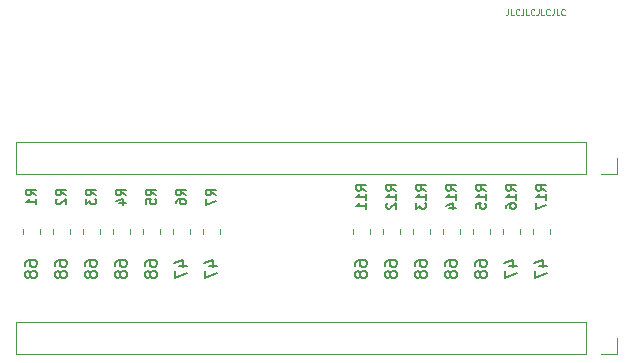
<source format=gbr>
G04 #@! TF.GenerationSoftware,KiCad,Pcbnew,(5.1.12)-1*
G04 #@! TF.CreationDate,2022-03-08T21:56:06+00:00*
G04 #@! TF.ProjectId,RGBtoHDMI CDTV v2 - Mouse and Joystick Adapter,52474274-6f48-4444-9d49-204344545620,v2*
G04 #@! TF.SameCoordinates,Original*
G04 #@! TF.FileFunction,Legend,Bot*
G04 #@! TF.FilePolarity,Positive*
%FSLAX46Y46*%
G04 Gerber Fmt 4.6, Leading zero omitted, Abs format (unit mm)*
G04 Created by KiCad (PCBNEW (5.1.12)-1) date 2022-03-08 21:56:06*
%MOMM*%
%LPD*%
G01*
G04 APERTURE LIST*
%ADD10C,0.100000*%
%ADD11C,0.120000*%
%ADD12C,0.150000*%
G04 APERTURE END LIST*
D10*
X136247476Y-114407190D02*
X136247476Y-114764333D01*
X136223666Y-114835761D01*
X136176047Y-114883380D01*
X136104619Y-114907190D01*
X136057000Y-114907190D01*
X136723666Y-114907190D02*
X136485571Y-114907190D01*
X136485571Y-114407190D01*
X137176047Y-114859571D02*
X137152238Y-114883380D01*
X137080809Y-114907190D01*
X137033190Y-114907190D01*
X136961761Y-114883380D01*
X136914142Y-114835761D01*
X136890333Y-114788142D01*
X136866523Y-114692904D01*
X136866523Y-114621476D01*
X136890333Y-114526238D01*
X136914142Y-114478619D01*
X136961761Y-114431000D01*
X137033190Y-114407190D01*
X137080809Y-114407190D01*
X137152238Y-114431000D01*
X137176047Y-114454809D01*
X137533190Y-114407190D02*
X137533190Y-114764333D01*
X137509380Y-114835761D01*
X137461761Y-114883380D01*
X137390333Y-114907190D01*
X137342714Y-114907190D01*
X138009380Y-114907190D02*
X137771285Y-114907190D01*
X137771285Y-114407190D01*
X138461761Y-114859571D02*
X138437952Y-114883380D01*
X138366523Y-114907190D01*
X138318904Y-114907190D01*
X138247476Y-114883380D01*
X138199857Y-114835761D01*
X138176047Y-114788142D01*
X138152238Y-114692904D01*
X138152238Y-114621476D01*
X138176047Y-114526238D01*
X138199857Y-114478619D01*
X138247476Y-114431000D01*
X138318904Y-114407190D01*
X138366523Y-114407190D01*
X138437952Y-114431000D01*
X138461761Y-114454809D01*
X138818904Y-114407190D02*
X138818904Y-114764333D01*
X138795095Y-114835761D01*
X138747476Y-114883380D01*
X138676047Y-114907190D01*
X138628428Y-114907190D01*
X139295095Y-114907190D02*
X139057000Y-114907190D01*
X139057000Y-114407190D01*
X139747476Y-114859571D02*
X139723666Y-114883380D01*
X139652238Y-114907190D01*
X139604619Y-114907190D01*
X139533190Y-114883380D01*
X139485571Y-114835761D01*
X139461761Y-114788142D01*
X139437952Y-114692904D01*
X139437952Y-114621476D01*
X139461761Y-114526238D01*
X139485571Y-114478619D01*
X139533190Y-114431000D01*
X139604619Y-114407190D01*
X139652238Y-114407190D01*
X139723666Y-114431000D01*
X139747476Y-114454809D01*
X140104619Y-114407190D02*
X140104619Y-114764333D01*
X140080809Y-114835761D01*
X140033190Y-114883380D01*
X139961761Y-114907190D01*
X139914142Y-114907190D01*
X140580809Y-114907190D02*
X140342714Y-114907190D01*
X140342714Y-114407190D01*
X141033190Y-114859571D02*
X141009380Y-114883380D01*
X140937952Y-114907190D01*
X140890333Y-114907190D01*
X140818904Y-114883380D01*
X140771285Y-114835761D01*
X140747476Y-114788142D01*
X140723666Y-114692904D01*
X140723666Y-114621476D01*
X140747476Y-114526238D01*
X140771285Y-114478619D01*
X140818904Y-114431000D01*
X140890333Y-114407190D01*
X140937952Y-114407190D01*
X141009380Y-114431000D01*
X141033190Y-114454809D01*
D11*
X145475000Y-143570000D02*
X145475000Y-142240000D01*
X144145000Y-143570000D02*
X145475000Y-143570000D01*
X142875000Y-143570000D02*
X142875000Y-140910000D01*
X142875000Y-140910000D02*
X94555000Y-140910000D01*
X142875000Y-143570000D02*
X94555000Y-143570000D01*
X94555000Y-143570000D02*
X94555000Y-140910000D01*
X145475000Y-128330000D02*
X145475000Y-127000000D01*
X144145000Y-128330000D02*
X145475000Y-128330000D01*
X142875000Y-128330000D02*
X142875000Y-125670000D01*
X142875000Y-125670000D02*
X94555000Y-125670000D01*
X142875000Y-128330000D02*
X94555000Y-128330000D01*
X94555000Y-128330000D02*
X94555000Y-125670000D01*
X137260000Y-133450064D02*
X137260000Y-132995936D01*
X135790000Y-133450064D02*
X135790000Y-132995936D01*
X132180000Y-133450064D02*
X132180000Y-132995936D01*
X130710000Y-133450064D02*
X130710000Y-132995936D01*
X127100000Y-133450064D02*
X127100000Y-132995936D01*
X125630000Y-133450064D02*
X125630000Y-132995936D01*
X109320000Y-133450064D02*
X109320000Y-132995936D01*
X107850000Y-133450064D02*
X107850000Y-132995936D01*
X104240000Y-133450064D02*
X104240000Y-132995936D01*
X102770000Y-133450064D02*
X102770000Y-132995936D01*
X99160000Y-133450064D02*
X99160000Y-132995936D01*
X97690000Y-133450064D02*
X97690000Y-132995936D01*
X139800000Y-133450064D02*
X139800000Y-132995936D01*
X138330000Y-133450064D02*
X138330000Y-132995936D01*
X134720000Y-133450064D02*
X134720000Y-132995936D01*
X133250000Y-133450064D02*
X133250000Y-132995936D01*
X129640000Y-133450064D02*
X129640000Y-132995936D01*
X128170000Y-133450064D02*
X128170000Y-132995936D01*
X124560000Y-133450064D02*
X124560000Y-132995936D01*
X123090000Y-133450064D02*
X123090000Y-132995936D01*
X111860000Y-133450064D02*
X111860000Y-132995936D01*
X110390000Y-133450064D02*
X110390000Y-132995936D01*
X106780000Y-133450064D02*
X106780000Y-132995936D01*
X105310000Y-133450064D02*
X105310000Y-132995936D01*
X101700000Y-133450064D02*
X101700000Y-132995936D01*
X100230000Y-133450064D02*
X100230000Y-132995936D01*
X96620000Y-133450064D02*
X96620000Y-132995936D01*
X95150000Y-133450064D02*
X95150000Y-132995936D01*
D12*
X136886904Y-129787714D02*
X136505952Y-129521047D01*
X136886904Y-129330571D02*
X136086904Y-129330571D01*
X136086904Y-129635333D01*
X136125000Y-129711523D01*
X136163095Y-129749619D01*
X136239285Y-129787714D01*
X136353571Y-129787714D01*
X136429761Y-129749619D01*
X136467857Y-129711523D01*
X136505952Y-129635333D01*
X136505952Y-129330571D01*
X136886904Y-130549619D02*
X136886904Y-130092476D01*
X136886904Y-130321047D02*
X136086904Y-130321047D01*
X136201190Y-130244857D01*
X136277380Y-130168666D01*
X136315476Y-130092476D01*
X136086904Y-131235333D02*
X136086904Y-131082952D01*
X136125000Y-131006761D01*
X136163095Y-130968666D01*
X136277380Y-130892476D01*
X136429761Y-130854380D01*
X136734523Y-130854380D01*
X136810714Y-130892476D01*
X136848809Y-130930571D01*
X136886904Y-131006761D01*
X136886904Y-131159142D01*
X136848809Y-131235333D01*
X136810714Y-131273428D01*
X136734523Y-131311523D01*
X136544047Y-131311523D01*
X136467857Y-131273428D01*
X136429761Y-131235333D01*
X136391666Y-131159142D01*
X136391666Y-131006761D01*
X136429761Y-130930571D01*
X136467857Y-130892476D01*
X136544047Y-130854380D01*
X136310714Y-136112285D02*
X136977380Y-136112285D01*
X135929761Y-135874190D02*
X136644047Y-135636095D01*
X136644047Y-136255142D01*
X135977380Y-136540857D02*
X135977380Y-137207523D01*
X136977380Y-136778952D01*
X131806904Y-129787714D02*
X131425952Y-129521047D01*
X131806904Y-129330571D02*
X131006904Y-129330571D01*
X131006904Y-129635333D01*
X131045000Y-129711523D01*
X131083095Y-129749619D01*
X131159285Y-129787714D01*
X131273571Y-129787714D01*
X131349761Y-129749619D01*
X131387857Y-129711523D01*
X131425952Y-129635333D01*
X131425952Y-129330571D01*
X131806904Y-130549619D02*
X131806904Y-130092476D01*
X131806904Y-130321047D02*
X131006904Y-130321047D01*
X131121190Y-130244857D01*
X131197380Y-130168666D01*
X131235476Y-130092476D01*
X131273571Y-131235333D02*
X131806904Y-131235333D01*
X130968809Y-131044857D02*
X131540238Y-130854380D01*
X131540238Y-131349619D01*
X130897380Y-136112285D02*
X130897380Y-135921809D01*
X130945000Y-135826571D01*
X130992619Y-135778952D01*
X131135476Y-135683714D01*
X131325952Y-135636095D01*
X131706904Y-135636095D01*
X131802142Y-135683714D01*
X131849761Y-135731333D01*
X131897380Y-135826571D01*
X131897380Y-136017047D01*
X131849761Y-136112285D01*
X131802142Y-136159904D01*
X131706904Y-136207523D01*
X131468809Y-136207523D01*
X131373571Y-136159904D01*
X131325952Y-136112285D01*
X131278333Y-136017047D01*
X131278333Y-135826571D01*
X131325952Y-135731333D01*
X131373571Y-135683714D01*
X131468809Y-135636095D01*
X131325952Y-136778952D02*
X131278333Y-136683714D01*
X131230714Y-136636095D01*
X131135476Y-136588476D01*
X131087857Y-136588476D01*
X130992619Y-136636095D01*
X130945000Y-136683714D01*
X130897380Y-136778952D01*
X130897380Y-136969428D01*
X130945000Y-137064666D01*
X130992619Y-137112285D01*
X131087857Y-137159904D01*
X131135476Y-137159904D01*
X131230714Y-137112285D01*
X131278333Y-137064666D01*
X131325952Y-136969428D01*
X131325952Y-136778952D01*
X131373571Y-136683714D01*
X131421190Y-136636095D01*
X131516428Y-136588476D01*
X131706904Y-136588476D01*
X131802142Y-136636095D01*
X131849761Y-136683714D01*
X131897380Y-136778952D01*
X131897380Y-136969428D01*
X131849761Y-137064666D01*
X131802142Y-137112285D01*
X131706904Y-137159904D01*
X131516428Y-137159904D01*
X131421190Y-137112285D01*
X131373571Y-137064666D01*
X131325952Y-136969428D01*
X126726904Y-129787714D02*
X126345952Y-129521047D01*
X126726904Y-129330571D02*
X125926904Y-129330571D01*
X125926904Y-129635333D01*
X125965000Y-129711523D01*
X126003095Y-129749619D01*
X126079285Y-129787714D01*
X126193571Y-129787714D01*
X126269761Y-129749619D01*
X126307857Y-129711523D01*
X126345952Y-129635333D01*
X126345952Y-129330571D01*
X126726904Y-130549619D02*
X126726904Y-130092476D01*
X126726904Y-130321047D02*
X125926904Y-130321047D01*
X126041190Y-130244857D01*
X126117380Y-130168666D01*
X126155476Y-130092476D01*
X126003095Y-130854380D02*
X125965000Y-130892476D01*
X125926904Y-130968666D01*
X125926904Y-131159142D01*
X125965000Y-131235333D01*
X126003095Y-131273428D01*
X126079285Y-131311523D01*
X126155476Y-131311523D01*
X126269761Y-131273428D01*
X126726904Y-130816285D01*
X126726904Y-131311523D01*
X125817380Y-136112285D02*
X125817380Y-135921809D01*
X125865000Y-135826571D01*
X125912619Y-135778952D01*
X126055476Y-135683714D01*
X126245952Y-135636095D01*
X126626904Y-135636095D01*
X126722142Y-135683714D01*
X126769761Y-135731333D01*
X126817380Y-135826571D01*
X126817380Y-136017047D01*
X126769761Y-136112285D01*
X126722142Y-136159904D01*
X126626904Y-136207523D01*
X126388809Y-136207523D01*
X126293571Y-136159904D01*
X126245952Y-136112285D01*
X126198333Y-136017047D01*
X126198333Y-135826571D01*
X126245952Y-135731333D01*
X126293571Y-135683714D01*
X126388809Y-135636095D01*
X126245952Y-136778952D02*
X126198333Y-136683714D01*
X126150714Y-136636095D01*
X126055476Y-136588476D01*
X126007857Y-136588476D01*
X125912619Y-136636095D01*
X125865000Y-136683714D01*
X125817380Y-136778952D01*
X125817380Y-136969428D01*
X125865000Y-137064666D01*
X125912619Y-137112285D01*
X126007857Y-137159904D01*
X126055476Y-137159904D01*
X126150714Y-137112285D01*
X126198333Y-137064666D01*
X126245952Y-136969428D01*
X126245952Y-136778952D01*
X126293571Y-136683714D01*
X126341190Y-136636095D01*
X126436428Y-136588476D01*
X126626904Y-136588476D01*
X126722142Y-136636095D01*
X126769761Y-136683714D01*
X126817380Y-136778952D01*
X126817380Y-136969428D01*
X126769761Y-137064666D01*
X126722142Y-137112285D01*
X126626904Y-137159904D01*
X126436428Y-137159904D01*
X126341190Y-137112285D01*
X126293571Y-137064666D01*
X126245952Y-136969428D01*
X108946904Y-130168666D02*
X108565952Y-129902000D01*
X108946904Y-129711523D02*
X108146904Y-129711523D01*
X108146904Y-130016285D01*
X108185000Y-130092476D01*
X108223095Y-130130571D01*
X108299285Y-130168666D01*
X108413571Y-130168666D01*
X108489761Y-130130571D01*
X108527857Y-130092476D01*
X108565952Y-130016285D01*
X108565952Y-129711523D01*
X108146904Y-130854380D02*
X108146904Y-130702000D01*
X108185000Y-130625809D01*
X108223095Y-130587714D01*
X108337380Y-130511523D01*
X108489761Y-130473428D01*
X108794523Y-130473428D01*
X108870714Y-130511523D01*
X108908809Y-130549619D01*
X108946904Y-130625809D01*
X108946904Y-130778190D01*
X108908809Y-130854380D01*
X108870714Y-130892476D01*
X108794523Y-130930571D01*
X108604047Y-130930571D01*
X108527857Y-130892476D01*
X108489761Y-130854380D01*
X108451666Y-130778190D01*
X108451666Y-130625809D01*
X108489761Y-130549619D01*
X108527857Y-130511523D01*
X108604047Y-130473428D01*
X108370714Y-136112285D02*
X109037380Y-136112285D01*
X107989761Y-135874190D02*
X108704047Y-135636095D01*
X108704047Y-136255142D01*
X108037380Y-136540857D02*
X108037380Y-137207523D01*
X109037380Y-136778952D01*
X103866904Y-130168666D02*
X103485952Y-129902000D01*
X103866904Y-129711523D02*
X103066904Y-129711523D01*
X103066904Y-130016285D01*
X103105000Y-130092476D01*
X103143095Y-130130571D01*
X103219285Y-130168666D01*
X103333571Y-130168666D01*
X103409761Y-130130571D01*
X103447857Y-130092476D01*
X103485952Y-130016285D01*
X103485952Y-129711523D01*
X103333571Y-130854380D02*
X103866904Y-130854380D01*
X103028809Y-130663904D02*
X103600238Y-130473428D01*
X103600238Y-130968666D01*
X102957380Y-136112285D02*
X102957380Y-135921809D01*
X103005000Y-135826571D01*
X103052619Y-135778952D01*
X103195476Y-135683714D01*
X103385952Y-135636095D01*
X103766904Y-135636095D01*
X103862142Y-135683714D01*
X103909761Y-135731333D01*
X103957380Y-135826571D01*
X103957380Y-136017047D01*
X103909761Y-136112285D01*
X103862142Y-136159904D01*
X103766904Y-136207523D01*
X103528809Y-136207523D01*
X103433571Y-136159904D01*
X103385952Y-136112285D01*
X103338333Y-136017047D01*
X103338333Y-135826571D01*
X103385952Y-135731333D01*
X103433571Y-135683714D01*
X103528809Y-135636095D01*
X103385952Y-136778952D02*
X103338333Y-136683714D01*
X103290714Y-136636095D01*
X103195476Y-136588476D01*
X103147857Y-136588476D01*
X103052619Y-136636095D01*
X103005000Y-136683714D01*
X102957380Y-136778952D01*
X102957380Y-136969428D01*
X103005000Y-137064666D01*
X103052619Y-137112285D01*
X103147857Y-137159904D01*
X103195476Y-137159904D01*
X103290714Y-137112285D01*
X103338333Y-137064666D01*
X103385952Y-136969428D01*
X103385952Y-136778952D01*
X103433571Y-136683714D01*
X103481190Y-136636095D01*
X103576428Y-136588476D01*
X103766904Y-136588476D01*
X103862142Y-136636095D01*
X103909761Y-136683714D01*
X103957380Y-136778952D01*
X103957380Y-136969428D01*
X103909761Y-137064666D01*
X103862142Y-137112285D01*
X103766904Y-137159904D01*
X103576428Y-137159904D01*
X103481190Y-137112285D01*
X103433571Y-137064666D01*
X103385952Y-136969428D01*
X98786904Y-130168666D02*
X98405952Y-129902000D01*
X98786904Y-129711523D02*
X97986904Y-129711523D01*
X97986904Y-130016285D01*
X98025000Y-130092476D01*
X98063095Y-130130571D01*
X98139285Y-130168666D01*
X98253571Y-130168666D01*
X98329761Y-130130571D01*
X98367857Y-130092476D01*
X98405952Y-130016285D01*
X98405952Y-129711523D01*
X98063095Y-130473428D02*
X98025000Y-130511523D01*
X97986904Y-130587714D01*
X97986904Y-130778190D01*
X98025000Y-130854380D01*
X98063095Y-130892476D01*
X98139285Y-130930571D01*
X98215476Y-130930571D01*
X98329761Y-130892476D01*
X98786904Y-130435333D01*
X98786904Y-130930571D01*
X97877380Y-136112285D02*
X97877380Y-135921809D01*
X97925000Y-135826571D01*
X97972619Y-135778952D01*
X98115476Y-135683714D01*
X98305952Y-135636095D01*
X98686904Y-135636095D01*
X98782142Y-135683714D01*
X98829761Y-135731333D01*
X98877380Y-135826571D01*
X98877380Y-136017047D01*
X98829761Y-136112285D01*
X98782142Y-136159904D01*
X98686904Y-136207523D01*
X98448809Y-136207523D01*
X98353571Y-136159904D01*
X98305952Y-136112285D01*
X98258333Y-136017047D01*
X98258333Y-135826571D01*
X98305952Y-135731333D01*
X98353571Y-135683714D01*
X98448809Y-135636095D01*
X98305952Y-136778952D02*
X98258333Y-136683714D01*
X98210714Y-136636095D01*
X98115476Y-136588476D01*
X98067857Y-136588476D01*
X97972619Y-136636095D01*
X97925000Y-136683714D01*
X97877380Y-136778952D01*
X97877380Y-136969428D01*
X97925000Y-137064666D01*
X97972619Y-137112285D01*
X98067857Y-137159904D01*
X98115476Y-137159904D01*
X98210714Y-137112285D01*
X98258333Y-137064666D01*
X98305952Y-136969428D01*
X98305952Y-136778952D01*
X98353571Y-136683714D01*
X98401190Y-136636095D01*
X98496428Y-136588476D01*
X98686904Y-136588476D01*
X98782142Y-136636095D01*
X98829761Y-136683714D01*
X98877380Y-136778952D01*
X98877380Y-136969428D01*
X98829761Y-137064666D01*
X98782142Y-137112285D01*
X98686904Y-137159904D01*
X98496428Y-137159904D01*
X98401190Y-137112285D01*
X98353571Y-137064666D01*
X98305952Y-136969428D01*
X139426904Y-129787714D02*
X139045952Y-129521047D01*
X139426904Y-129330571D02*
X138626904Y-129330571D01*
X138626904Y-129635333D01*
X138665000Y-129711523D01*
X138703095Y-129749619D01*
X138779285Y-129787714D01*
X138893571Y-129787714D01*
X138969761Y-129749619D01*
X139007857Y-129711523D01*
X139045952Y-129635333D01*
X139045952Y-129330571D01*
X139426904Y-130549619D02*
X139426904Y-130092476D01*
X139426904Y-130321047D02*
X138626904Y-130321047D01*
X138741190Y-130244857D01*
X138817380Y-130168666D01*
X138855476Y-130092476D01*
X138626904Y-130816285D02*
X138626904Y-131349619D01*
X139426904Y-131006761D01*
X138850714Y-136112285D02*
X139517380Y-136112285D01*
X138469761Y-135874190D02*
X139184047Y-135636095D01*
X139184047Y-136255142D01*
X138517380Y-136540857D02*
X138517380Y-137207523D01*
X139517380Y-136778952D01*
X134346904Y-129787714D02*
X133965952Y-129521047D01*
X134346904Y-129330571D02*
X133546904Y-129330571D01*
X133546904Y-129635333D01*
X133585000Y-129711523D01*
X133623095Y-129749619D01*
X133699285Y-129787714D01*
X133813571Y-129787714D01*
X133889761Y-129749619D01*
X133927857Y-129711523D01*
X133965952Y-129635333D01*
X133965952Y-129330571D01*
X134346904Y-130549619D02*
X134346904Y-130092476D01*
X134346904Y-130321047D02*
X133546904Y-130321047D01*
X133661190Y-130244857D01*
X133737380Y-130168666D01*
X133775476Y-130092476D01*
X133546904Y-131273428D02*
X133546904Y-130892476D01*
X133927857Y-130854380D01*
X133889761Y-130892476D01*
X133851666Y-130968666D01*
X133851666Y-131159142D01*
X133889761Y-131235333D01*
X133927857Y-131273428D01*
X134004047Y-131311523D01*
X134194523Y-131311523D01*
X134270714Y-131273428D01*
X134308809Y-131235333D01*
X134346904Y-131159142D01*
X134346904Y-130968666D01*
X134308809Y-130892476D01*
X134270714Y-130854380D01*
X133437380Y-136112285D02*
X133437380Y-135921809D01*
X133485000Y-135826571D01*
X133532619Y-135778952D01*
X133675476Y-135683714D01*
X133865952Y-135636095D01*
X134246904Y-135636095D01*
X134342142Y-135683714D01*
X134389761Y-135731333D01*
X134437380Y-135826571D01*
X134437380Y-136017047D01*
X134389761Y-136112285D01*
X134342142Y-136159904D01*
X134246904Y-136207523D01*
X134008809Y-136207523D01*
X133913571Y-136159904D01*
X133865952Y-136112285D01*
X133818333Y-136017047D01*
X133818333Y-135826571D01*
X133865952Y-135731333D01*
X133913571Y-135683714D01*
X134008809Y-135636095D01*
X133865952Y-136778952D02*
X133818333Y-136683714D01*
X133770714Y-136636095D01*
X133675476Y-136588476D01*
X133627857Y-136588476D01*
X133532619Y-136636095D01*
X133485000Y-136683714D01*
X133437380Y-136778952D01*
X133437380Y-136969428D01*
X133485000Y-137064666D01*
X133532619Y-137112285D01*
X133627857Y-137159904D01*
X133675476Y-137159904D01*
X133770714Y-137112285D01*
X133818333Y-137064666D01*
X133865952Y-136969428D01*
X133865952Y-136778952D01*
X133913571Y-136683714D01*
X133961190Y-136636095D01*
X134056428Y-136588476D01*
X134246904Y-136588476D01*
X134342142Y-136636095D01*
X134389761Y-136683714D01*
X134437380Y-136778952D01*
X134437380Y-136969428D01*
X134389761Y-137064666D01*
X134342142Y-137112285D01*
X134246904Y-137159904D01*
X134056428Y-137159904D01*
X133961190Y-137112285D01*
X133913571Y-137064666D01*
X133865952Y-136969428D01*
X129266904Y-129787714D02*
X128885952Y-129521047D01*
X129266904Y-129330571D02*
X128466904Y-129330571D01*
X128466904Y-129635333D01*
X128505000Y-129711523D01*
X128543095Y-129749619D01*
X128619285Y-129787714D01*
X128733571Y-129787714D01*
X128809761Y-129749619D01*
X128847857Y-129711523D01*
X128885952Y-129635333D01*
X128885952Y-129330571D01*
X129266904Y-130549619D02*
X129266904Y-130092476D01*
X129266904Y-130321047D02*
X128466904Y-130321047D01*
X128581190Y-130244857D01*
X128657380Y-130168666D01*
X128695476Y-130092476D01*
X128466904Y-130816285D02*
X128466904Y-131311523D01*
X128771666Y-131044857D01*
X128771666Y-131159142D01*
X128809761Y-131235333D01*
X128847857Y-131273428D01*
X128924047Y-131311523D01*
X129114523Y-131311523D01*
X129190714Y-131273428D01*
X129228809Y-131235333D01*
X129266904Y-131159142D01*
X129266904Y-130930571D01*
X129228809Y-130854380D01*
X129190714Y-130816285D01*
X128357380Y-136112285D02*
X128357380Y-135921809D01*
X128405000Y-135826571D01*
X128452619Y-135778952D01*
X128595476Y-135683714D01*
X128785952Y-135636095D01*
X129166904Y-135636095D01*
X129262142Y-135683714D01*
X129309761Y-135731333D01*
X129357380Y-135826571D01*
X129357380Y-136017047D01*
X129309761Y-136112285D01*
X129262142Y-136159904D01*
X129166904Y-136207523D01*
X128928809Y-136207523D01*
X128833571Y-136159904D01*
X128785952Y-136112285D01*
X128738333Y-136017047D01*
X128738333Y-135826571D01*
X128785952Y-135731333D01*
X128833571Y-135683714D01*
X128928809Y-135636095D01*
X128785952Y-136778952D02*
X128738333Y-136683714D01*
X128690714Y-136636095D01*
X128595476Y-136588476D01*
X128547857Y-136588476D01*
X128452619Y-136636095D01*
X128405000Y-136683714D01*
X128357380Y-136778952D01*
X128357380Y-136969428D01*
X128405000Y-137064666D01*
X128452619Y-137112285D01*
X128547857Y-137159904D01*
X128595476Y-137159904D01*
X128690714Y-137112285D01*
X128738333Y-137064666D01*
X128785952Y-136969428D01*
X128785952Y-136778952D01*
X128833571Y-136683714D01*
X128881190Y-136636095D01*
X128976428Y-136588476D01*
X129166904Y-136588476D01*
X129262142Y-136636095D01*
X129309761Y-136683714D01*
X129357380Y-136778952D01*
X129357380Y-136969428D01*
X129309761Y-137064666D01*
X129262142Y-137112285D01*
X129166904Y-137159904D01*
X128976428Y-137159904D01*
X128881190Y-137112285D01*
X128833571Y-137064666D01*
X128785952Y-136969428D01*
X124186904Y-129787714D02*
X123805952Y-129521047D01*
X124186904Y-129330571D02*
X123386904Y-129330571D01*
X123386904Y-129635333D01*
X123425000Y-129711523D01*
X123463095Y-129749619D01*
X123539285Y-129787714D01*
X123653571Y-129787714D01*
X123729761Y-129749619D01*
X123767857Y-129711523D01*
X123805952Y-129635333D01*
X123805952Y-129330571D01*
X124186904Y-130549619D02*
X124186904Y-130092476D01*
X124186904Y-130321047D02*
X123386904Y-130321047D01*
X123501190Y-130244857D01*
X123577380Y-130168666D01*
X123615476Y-130092476D01*
X124186904Y-131311523D02*
X124186904Y-130854380D01*
X124186904Y-131082952D02*
X123386904Y-131082952D01*
X123501190Y-131006761D01*
X123577380Y-130930571D01*
X123615476Y-130854380D01*
X123277380Y-136112285D02*
X123277380Y-135921809D01*
X123325000Y-135826571D01*
X123372619Y-135778952D01*
X123515476Y-135683714D01*
X123705952Y-135636095D01*
X124086904Y-135636095D01*
X124182142Y-135683714D01*
X124229761Y-135731333D01*
X124277380Y-135826571D01*
X124277380Y-136017047D01*
X124229761Y-136112285D01*
X124182142Y-136159904D01*
X124086904Y-136207523D01*
X123848809Y-136207523D01*
X123753571Y-136159904D01*
X123705952Y-136112285D01*
X123658333Y-136017047D01*
X123658333Y-135826571D01*
X123705952Y-135731333D01*
X123753571Y-135683714D01*
X123848809Y-135636095D01*
X123705952Y-136778952D02*
X123658333Y-136683714D01*
X123610714Y-136636095D01*
X123515476Y-136588476D01*
X123467857Y-136588476D01*
X123372619Y-136636095D01*
X123325000Y-136683714D01*
X123277380Y-136778952D01*
X123277380Y-136969428D01*
X123325000Y-137064666D01*
X123372619Y-137112285D01*
X123467857Y-137159904D01*
X123515476Y-137159904D01*
X123610714Y-137112285D01*
X123658333Y-137064666D01*
X123705952Y-136969428D01*
X123705952Y-136778952D01*
X123753571Y-136683714D01*
X123801190Y-136636095D01*
X123896428Y-136588476D01*
X124086904Y-136588476D01*
X124182142Y-136636095D01*
X124229761Y-136683714D01*
X124277380Y-136778952D01*
X124277380Y-136969428D01*
X124229761Y-137064666D01*
X124182142Y-137112285D01*
X124086904Y-137159904D01*
X123896428Y-137159904D01*
X123801190Y-137112285D01*
X123753571Y-137064666D01*
X123705952Y-136969428D01*
X111486904Y-130168666D02*
X111105952Y-129902000D01*
X111486904Y-129711523D02*
X110686904Y-129711523D01*
X110686904Y-130016285D01*
X110725000Y-130092476D01*
X110763095Y-130130571D01*
X110839285Y-130168666D01*
X110953571Y-130168666D01*
X111029761Y-130130571D01*
X111067857Y-130092476D01*
X111105952Y-130016285D01*
X111105952Y-129711523D01*
X110686904Y-130435333D02*
X110686904Y-130968666D01*
X111486904Y-130625809D01*
X110910714Y-136112285D02*
X111577380Y-136112285D01*
X110529761Y-135874190D02*
X111244047Y-135636095D01*
X111244047Y-136255142D01*
X110577380Y-136540857D02*
X110577380Y-137207523D01*
X111577380Y-136778952D01*
X106406904Y-130168666D02*
X106025952Y-129902000D01*
X106406904Y-129711523D02*
X105606904Y-129711523D01*
X105606904Y-130016285D01*
X105645000Y-130092476D01*
X105683095Y-130130571D01*
X105759285Y-130168666D01*
X105873571Y-130168666D01*
X105949761Y-130130571D01*
X105987857Y-130092476D01*
X106025952Y-130016285D01*
X106025952Y-129711523D01*
X105606904Y-130892476D02*
X105606904Y-130511523D01*
X105987857Y-130473428D01*
X105949761Y-130511523D01*
X105911666Y-130587714D01*
X105911666Y-130778190D01*
X105949761Y-130854380D01*
X105987857Y-130892476D01*
X106064047Y-130930571D01*
X106254523Y-130930571D01*
X106330714Y-130892476D01*
X106368809Y-130854380D01*
X106406904Y-130778190D01*
X106406904Y-130587714D01*
X106368809Y-130511523D01*
X106330714Y-130473428D01*
X105497380Y-136112285D02*
X105497380Y-135921809D01*
X105545000Y-135826571D01*
X105592619Y-135778952D01*
X105735476Y-135683714D01*
X105925952Y-135636095D01*
X106306904Y-135636095D01*
X106402142Y-135683714D01*
X106449761Y-135731333D01*
X106497380Y-135826571D01*
X106497380Y-136017047D01*
X106449761Y-136112285D01*
X106402142Y-136159904D01*
X106306904Y-136207523D01*
X106068809Y-136207523D01*
X105973571Y-136159904D01*
X105925952Y-136112285D01*
X105878333Y-136017047D01*
X105878333Y-135826571D01*
X105925952Y-135731333D01*
X105973571Y-135683714D01*
X106068809Y-135636095D01*
X105925952Y-136778952D02*
X105878333Y-136683714D01*
X105830714Y-136636095D01*
X105735476Y-136588476D01*
X105687857Y-136588476D01*
X105592619Y-136636095D01*
X105545000Y-136683714D01*
X105497380Y-136778952D01*
X105497380Y-136969428D01*
X105545000Y-137064666D01*
X105592619Y-137112285D01*
X105687857Y-137159904D01*
X105735476Y-137159904D01*
X105830714Y-137112285D01*
X105878333Y-137064666D01*
X105925952Y-136969428D01*
X105925952Y-136778952D01*
X105973571Y-136683714D01*
X106021190Y-136636095D01*
X106116428Y-136588476D01*
X106306904Y-136588476D01*
X106402142Y-136636095D01*
X106449761Y-136683714D01*
X106497380Y-136778952D01*
X106497380Y-136969428D01*
X106449761Y-137064666D01*
X106402142Y-137112285D01*
X106306904Y-137159904D01*
X106116428Y-137159904D01*
X106021190Y-137112285D01*
X105973571Y-137064666D01*
X105925952Y-136969428D01*
X101326904Y-130168666D02*
X100945952Y-129902000D01*
X101326904Y-129711523D02*
X100526904Y-129711523D01*
X100526904Y-130016285D01*
X100565000Y-130092476D01*
X100603095Y-130130571D01*
X100679285Y-130168666D01*
X100793571Y-130168666D01*
X100869761Y-130130571D01*
X100907857Y-130092476D01*
X100945952Y-130016285D01*
X100945952Y-129711523D01*
X100526904Y-130435333D02*
X100526904Y-130930571D01*
X100831666Y-130663904D01*
X100831666Y-130778190D01*
X100869761Y-130854380D01*
X100907857Y-130892476D01*
X100984047Y-130930571D01*
X101174523Y-130930571D01*
X101250714Y-130892476D01*
X101288809Y-130854380D01*
X101326904Y-130778190D01*
X101326904Y-130549619D01*
X101288809Y-130473428D01*
X101250714Y-130435333D01*
X100417380Y-136112285D02*
X100417380Y-135921809D01*
X100465000Y-135826571D01*
X100512619Y-135778952D01*
X100655476Y-135683714D01*
X100845952Y-135636095D01*
X101226904Y-135636095D01*
X101322142Y-135683714D01*
X101369761Y-135731333D01*
X101417380Y-135826571D01*
X101417380Y-136017047D01*
X101369761Y-136112285D01*
X101322142Y-136159904D01*
X101226904Y-136207523D01*
X100988809Y-136207523D01*
X100893571Y-136159904D01*
X100845952Y-136112285D01*
X100798333Y-136017047D01*
X100798333Y-135826571D01*
X100845952Y-135731333D01*
X100893571Y-135683714D01*
X100988809Y-135636095D01*
X100845952Y-136778952D02*
X100798333Y-136683714D01*
X100750714Y-136636095D01*
X100655476Y-136588476D01*
X100607857Y-136588476D01*
X100512619Y-136636095D01*
X100465000Y-136683714D01*
X100417380Y-136778952D01*
X100417380Y-136969428D01*
X100465000Y-137064666D01*
X100512619Y-137112285D01*
X100607857Y-137159904D01*
X100655476Y-137159904D01*
X100750714Y-137112285D01*
X100798333Y-137064666D01*
X100845952Y-136969428D01*
X100845952Y-136778952D01*
X100893571Y-136683714D01*
X100941190Y-136636095D01*
X101036428Y-136588476D01*
X101226904Y-136588476D01*
X101322142Y-136636095D01*
X101369761Y-136683714D01*
X101417380Y-136778952D01*
X101417380Y-136969428D01*
X101369761Y-137064666D01*
X101322142Y-137112285D01*
X101226904Y-137159904D01*
X101036428Y-137159904D01*
X100941190Y-137112285D01*
X100893571Y-137064666D01*
X100845952Y-136969428D01*
X96246904Y-130168666D02*
X95865952Y-129902000D01*
X96246904Y-129711523D02*
X95446904Y-129711523D01*
X95446904Y-130016285D01*
X95485000Y-130092476D01*
X95523095Y-130130571D01*
X95599285Y-130168666D01*
X95713571Y-130168666D01*
X95789761Y-130130571D01*
X95827857Y-130092476D01*
X95865952Y-130016285D01*
X95865952Y-129711523D01*
X96246904Y-130930571D02*
X96246904Y-130473428D01*
X96246904Y-130702000D02*
X95446904Y-130702000D01*
X95561190Y-130625809D01*
X95637380Y-130549619D01*
X95675476Y-130473428D01*
X95337380Y-136112285D02*
X95337380Y-135921809D01*
X95385000Y-135826571D01*
X95432619Y-135778952D01*
X95575476Y-135683714D01*
X95765952Y-135636095D01*
X96146904Y-135636095D01*
X96242142Y-135683714D01*
X96289761Y-135731333D01*
X96337380Y-135826571D01*
X96337380Y-136017047D01*
X96289761Y-136112285D01*
X96242142Y-136159904D01*
X96146904Y-136207523D01*
X95908809Y-136207523D01*
X95813571Y-136159904D01*
X95765952Y-136112285D01*
X95718333Y-136017047D01*
X95718333Y-135826571D01*
X95765952Y-135731333D01*
X95813571Y-135683714D01*
X95908809Y-135636095D01*
X95765952Y-136778952D02*
X95718333Y-136683714D01*
X95670714Y-136636095D01*
X95575476Y-136588476D01*
X95527857Y-136588476D01*
X95432619Y-136636095D01*
X95385000Y-136683714D01*
X95337380Y-136778952D01*
X95337380Y-136969428D01*
X95385000Y-137064666D01*
X95432619Y-137112285D01*
X95527857Y-137159904D01*
X95575476Y-137159904D01*
X95670714Y-137112285D01*
X95718333Y-137064666D01*
X95765952Y-136969428D01*
X95765952Y-136778952D01*
X95813571Y-136683714D01*
X95861190Y-136636095D01*
X95956428Y-136588476D01*
X96146904Y-136588476D01*
X96242142Y-136636095D01*
X96289761Y-136683714D01*
X96337380Y-136778952D01*
X96337380Y-136969428D01*
X96289761Y-137064666D01*
X96242142Y-137112285D01*
X96146904Y-137159904D01*
X95956428Y-137159904D01*
X95861190Y-137112285D01*
X95813571Y-137064666D01*
X95765952Y-136969428D01*
M02*

</source>
